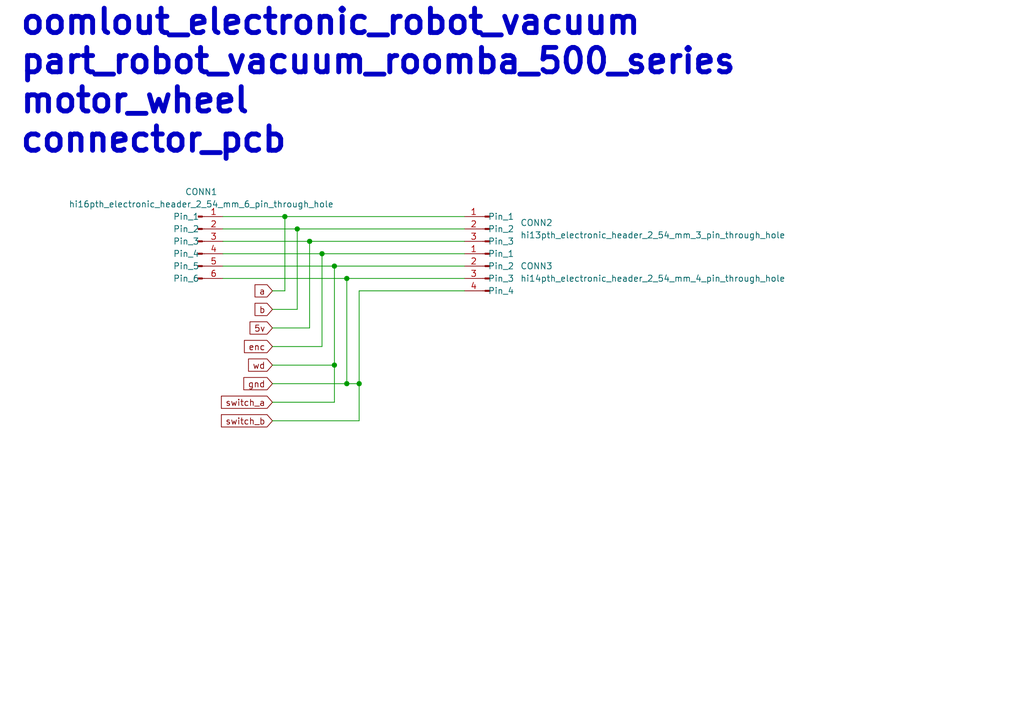
<source format=kicad_sch>
(kicad_sch (version 20230121) (generator eeschema)
  (paper "A5")
  (lib_symbols
    (symbol "oomp:hi13pth_electronic_header_2_54_mm_3_pin_through_hole" (pin_names (offset 1.016))
      (property "Reference" "CONN" (at 0 5.08 0))
      (property "Value" "hi13pth_electronic_header_2_54_mm_3_pin_through_hole" (at 0 -5.08 0))
      (symbol "hi13pth_electronic_header_2_54_mm_3_pin_through_hole_1_1"
        (polyline (pts (xy 1.27 -2.54) (xy 0.8636 -2.54)) (stroke (width 0.1524)))
        (polyline (pts (xy 1.27 0) (xy 0.8636 0)) (stroke (width 0.1524)))
        (polyline (pts (xy 1.27 2.54) (xy 0.8636 2.54)) (stroke (width 0.1524)))
        (rectangle (start 0.8636 -2.413) (end 0 -2.667) (stroke (width 0.1524)) (fill (type outline)))
        (rectangle (start 0.8636 0.127) (end 0 -0.127) (stroke (width 0.1524)) (fill (type outline)))
        (rectangle (start 0.8636 2.667) (end 0 2.413) (stroke (width 0.1524)) (fill (type outline)))
        (pin passive line (at 5.08 2.54 180) (length 3.81) (name "Pin_1") (number "1"))
        (pin passive line (at 5.08 0 180) (length 3.81) (name "Pin_2") (number "2"))
        (pin passive line (at 5.08 -2.54 180) (length 3.81) (name "Pin_3") (number "3"))
      )
    )
    (symbol "oomp:hi14pth_electronic_header_2_54_mm_4_pin_through_hole" (pin_names (offset 1.016))
      (property "Reference" "CONN" (at 0 5.08 0))
      (property "Value" "hi14pth_electronic_header_2_54_mm_4_pin_through_hole" (at 0 -7.62 0))
      (symbol "hi14pth_electronic_header_2_54_mm_4_pin_through_hole_1_1"
        (polyline (pts (xy 1.27 -5.08) (xy 0.8636 -5.08)) (stroke (width 0.1524)))
        (polyline (pts (xy 1.27 -2.54) (xy 0.8636 -2.54)) (stroke (width 0.1524)))
        (polyline (pts (xy 1.27 0) (xy 0.8636 0)) (stroke (width 0.1524)))
        (polyline (pts (xy 1.27 2.54) (xy 0.8636 2.54)) (stroke (width 0.1524)))
        (rectangle (start 0.8636 -4.953) (end 0 -5.207) (stroke (width 0.1524)) (fill (type outline)))
        (rectangle (start 0.8636 -2.413) (end 0 -2.667) (stroke (width 0.1524)) (fill (type outline)))
        (rectangle (start 0.8636 0.127) (end 0 -0.127) (stroke (width 0.1524)) (fill (type outline)))
        (rectangle (start 0.8636 2.667) (end 0 2.413) (stroke (width 0.1524)) (fill (type outline)))
        (pin passive line (at 5.08 2.54 180) (length 3.81) (name "Pin_1") (number "1"))
        (pin passive line (at 5.08 0 180) (length 3.81) (name "Pin_2") (number "2"))
        (pin passive line (at 5.08 -2.54 180) (length 3.81) (name "Pin_3") (number "3"))
        (pin passive line (at 5.08 -5.08 180) (length 3.81) (name "Pin_4") (number "4"))
      )
    )
    (symbol "oomp:hi16pth_electronic_header_2_54_mm_6_pin_through_hole" (pin_names (offset 1.016))
      (property "Reference" "CONN" (at 0 7.62 0))
      (property "Value" "hi16pth_electronic_header_2_54_mm_6_pin_through_hole" (at 0 -10.16 0))
      (symbol "hi16pth_electronic_header_2_54_mm_6_pin_through_hole_1_1"
        (polyline (pts (xy 1.27 -7.62) (xy 0.8636 -7.62)) (stroke (width 0.1524)))
        (polyline (pts (xy 1.27 -5.08) (xy 0.8636 -5.08)) (stroke (width 0.1524)))
        (polyline (pts (xy 1.27 -2.54) (xy 0.8636 -2.54)) (stroke (width 0.1524)))
        (polyline (pts (xy 1.27 0) (xy 0.8636 0)) (stroke (width 0.1524)))
        (polyline (pts (xy 1.27 2.54) (xy 0.8636 2.54)) (stroke (width 0.1524)))
        (polyline (pts (xy 1.27 5.08) (xy 0.8636 5.08)) (stroke (width 0.1524)))
        (rectangle (start 0.8636 -7.493) (end 0 -7.747) (stroke (width 0.1524)) (fill (type outline)))
        (rectangle (start 0.8636 -4.953) (end 0 -5.207) (stroke (width 0.1524)) (fill (type outline)))
        (rectangle (start 0.8636 -2.413) (end 0 -2.667) (stroke (width 0.1524)) (fill (type outline)))
        (rectangle (start 0.8636 0.127) (end 0 -0.127) (stroke (width 0.1524)) (fill (type outline)))
        (rectangle (start 0.8636 2.667) (end 0 2.413) (stroke (width 0.1524)) (fill (type outline)))
        (rectangle (start 0.8636 5.207) (end 0 4.953) (stroke (width 0.1524)) (fill (type outline)))
        (pin passive line (at 5.08 5.08 180) (length 3.81) (name "Pin_1") (number "1"))
        (pin passive line (at 5.08 2.54 180) (length 3.81) (name "Pin_2") (number "2"))
        (pin passive line (at 5.08 0 180) (length 3.81) (name "Pin_3") (number "3"))
        (pin passive line (at 5.08 -2.54 180) (length 3.81) (name "Pin_4") (number "4"))
        (pin passive line (at 5.08 -5.08 180) (length 3.81) (name "Pin_5") (number "5"))
        (pin passive line (at 5.08 -7.62 180) (length 3.81) (name "Pin_6") (number "6"))
      )
    )
  )
  (junction (at 68.58 54.61))
  (junction (at 63.5 49.53))
  (junction (at 68.58 74.93))
  (junction (at 73.66 78.74))
  (junction (at 71.12 78.74))
  (junction (at 58.42 44.45))
  (junction (at 66.04 52.07))
  (junction (at 60.96 46.99))
  (junction (at 71.12 57.15))
  (wire (pts (xy 55.88 74.93) (xy 68.58 74.93)))
  (wire (pts (xy 55.88 86.36) (xy 73.66 86.36)))
  (wire (pts (xy 45.72 49.53) (xy 63.5 49.53)))
  (wire (pts (xy 45.72 52.07) (xy 66.04 52.07)))
  (wire (pts (xy 66.04 52.07) (xy 95.25 52.07)))
  (wire (pts (xy 71.12 57.15) (xy 95.25 57.15)))
  (wire (pts (xy 55.88 63.5) (xy 60.96 63.5)))
  (wire (pts (xy 60.96 46.99) (xy 95.25 46.99)))
  (wire (pts (xy 73.66 78.74) (xy 73.66 59.69)))
  (wire (pts (xy 55.88 71.12) (xy 66.04 71.12)))
  (wire (pts (xy 63.5 49.53) (xy 95.25 49.53)))
  (wire (pts (xy 68.58 74.93) (xy 68.58 82.55)))
  (wire (pts (xy 58.42 44.45) (xy 95.25 44.45)))
  (wire (pts (xy 45.72 54.61) (xy 68.58 54.61)))
  (wire (pts (xy 45.72 57.15) (xy 71.12 57.15)))
  (wire (pts (xy 66.04 71.12) (xy 66.04 52.07)))
  (wire (pts (xy 60.96 46.99) (xy 60.96 63.5)))
  (wire (pts (xy 55.88 59.69) (xy 58.42 59.69)))
  (wire (pts (xy 55.88 78.74) (xy 71.12 78.74)))
  (wire (pts (xy 45.72 44.45) (xy 58.42 44.45)))
  (wire (pts (xy 63.5 67.31) (xy 63.5 49.53)))
  (wire (pts (xy 73.66 59.69) (xy 95.25 59.69)))
  (wire (pts (xy 55.88 82.55) (xy 68.58 82.55)))
  (wire (pts (xy 71.12 78.74) (xy 73.66 78.74)))
  (wire (pts (xy 55.88 67.31) (xy 63.5 67.31)))
  (wire (pts (xy 68.58 54.61) (xy 95.25 54.61)))
  (wire (pts (xy 45.72 46.99) (xy 60.96 46.99)))
  (wire (pts (xy 73.66 86.36) (xy 73.66 78.74)))
  (wire (pts (xy 71.12 78.74) (xy 71.12 57.15)))
  (wire (pts (xy 58.42 59.69) (xy 58.42 44.45)))
  (wire (pts (xy 68.58 54.61) (xy 68.58 74.93)))
  (text "oomlout_electronic_robot_vacuum\npart_robot_vacuum_roomba_500_series\nmotor_wheel\nconnector_pcb" (at 3.81 31.75 0) (effects (font (size 5 5) (thickness 1) bold) (justify left bottom)))
  (global_label "a" (shape input) (at 55.88 59.69 180) (property "Intersheetrefs" "${INTERSHEET_REFS}" (effects hide)))
  (global_label "switch_b" (shape input) (at 55.88 86.36 180) (property "Intersheetrefs" "${INTERSHEET_REFS}" (effects hide)))
  (global_label "b" (shape input) (at 55.88 63.5 180) (property "Intersheetrefs" "${INTERSHEET_REFS}" (effects hide)))
  (global_label "enc" (shape input) (at 55.88 71.12 180) (property "Intersheetrefs" "${INTERSHEET_REFS}" (effects hide)))
  (global_label "switch_a" (shape input) (at 55.88 82.55 180) (property "Intersheetrefs" "${INTERSHEET_REFS}" (effects hide)))
  (global_label "gnd" (shape input) (at 55.88 78.74 180) (property "Intersheetrefs" "${INTERSHEET_REFS}" (effects hide)))
  (global_label "5v" (shape input) (at 55.88 67.31 180) (property "Intersheetrefs" "${INTERSHEET_REFS}" (effects hide)))
  (global_label "wd" (shape input) (at 55.88 74.93 180) (property "Intersheetrefs" "${INTERSHEET_REFS}" (effects hide)))
  (symbol (lib_id "oomp:hi16pth_electronic_header_2_54_mm_6_pin_through_hole") (at 40.64 49.53 0) (unit 1)
    (property "Reference" "CONN1" (at 41.275 39.37 0))
    (property "Value" "hi16pth_electronic_header_2_54_mm_6_pin_through_hole" (at 41.275 41.91 0))
    (property "Footprint" "oomlout_oomp_part_footprints:hi16pth_electronic_header_2_54_mm_6_pin_through_hole" (effects hide))
    (property "Datasheet" "https://github.com/oomlout/oomlout_oomp_v3/parts/electronic_header_2_54_mm_6_pin_through_hole/datasheet.pdf" (effects hide))
  )
  (symbol (lib_id "oomp:hi13pth_electronic_header_2_54_mm_3_pin_through_hole") (at 100.33 46.99 0) (mirror y) (unit 1)
    (property "Reference" "CONN2" (at 106.68 45.72 0) (effects (justify right)))
    (property "Value" "hi13pth_electronic_header_2_54_mm_3_pin_through_hole" (at 106.68 48.26 0) (effects (justify right)))
    (property "Footprint" "oomlout_oomp_part_footprints:hi13pth_electronic_header_2_54_mm_3_pin_through_hole" (effects hide))
    (property "Datasheet" "https://github.com/oomlout/oomlout_oomp_v3/parts/electronic_header_2_54_mm_3_pin_through_hole/datasheet.pdf" (effects hide))
  )
  (symbol (lib_id "oomp:hi14pth_electronic_header_2_54_mm_4_pin_through_hole") (at 100.33 54.61 0) (mirror y) (unit 1)
    (property "Reference" "CONN3" (at 106.68 54.61 0) (effects (justify right)))
    (property "Value" "hi14pth_electronic_header_2_54_mm_4_pin_through_hole" (at 106.68 57.15 0) (effects (justify right)))
    (property "Footprint" "oomlout_oomp_part_footprints:hi14pth_electronic_header_2_54_mm_4_pin_through_hole" (effects hide))
    (property "Datasheet" "https://github.com/oomlout/oomlout_oomp_v3/parts/electronic_header_2_54_mm_4_pin_through_hole/datasheet.pdf" (effects hide))
  )
)
</source>
